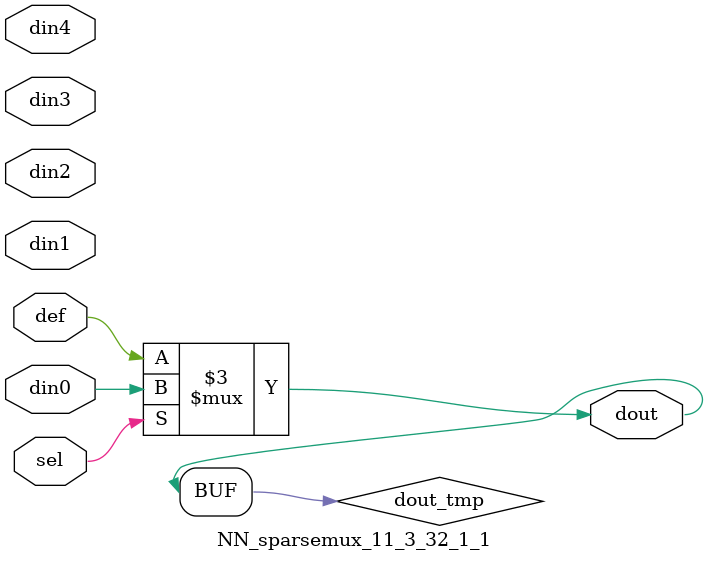
<source format=v>
`timescale 1ns / 1ps

module NN_sparsemux_11_3_32_1_1 (din0,din1,din2,din3,din4,def,sel,dout);

parameter din0_WIDTH = 1;

parameter din1_WIDTH = 1;

parameter din2_WIDTH = 1;

parameter din3_WIDTH = 1;

parameter din4_WIDTH = 1;

parameter def_WIDTH = 1;
parameter sel_WIDTH = 1;
parameter dout_WIDTH = 1;

parameter [sel_WIDTH-1:0] CASE0 = 1;

parameter [sel_WIDTH-1:0] CASE1 = 1;

parameter [sel_WIDTH-1:0] CASE2 = 1;

parameter [sel_WIDTH-1:0] CASE3 = 1;

parameter [sel_WIDTH-1:0] CASE4 = 1;

parameter ID = 1;
parameter NUM_STAGE = 1;



input [din0_WIDTH-1:0] din0;

input [din1_WIDTH-1:0] din1;

input [din2_WIDTH-1:0] din2;

input [din3_WIDTH-1:0] din3;

input [din4_WIDTH-1:0] din4;

input [def_WIDTH-1:0] def;
input [sel_WIDTH-1:0] sel;

output [dout_WIDTH-1:0] dout;



reg [dout_WIDTH-1:0] dout_tmp;


always @ (*) begin
(* parallel_case *) case (sel)
    
    CASE0 : dout_tmp = din0;
    
    CASE1 : dout_tmp = din1;
    
    CASE2 : dout_tmp = din2;
    
    CASE3 : dout_tmp = din3;
    
    CASE4 : dout_tmp = din4;
    
    default : dout_tmp = def;
endcase
end


assign dout = dout_tmp;



endmodule

</source>
